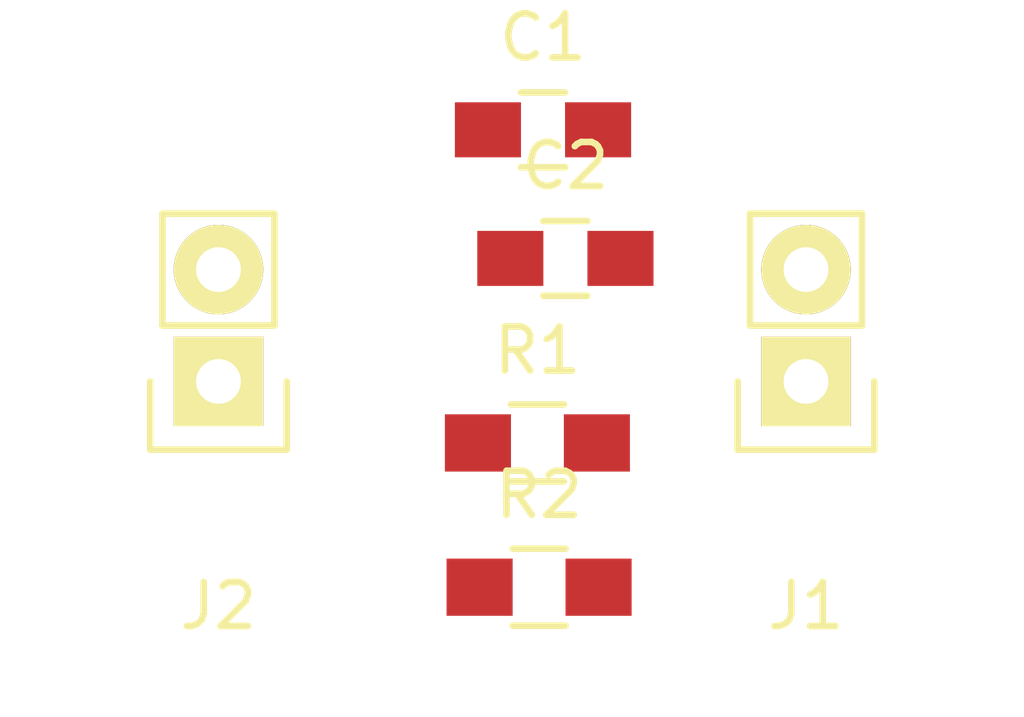
<source format=kicad_pcb>
(kicad_pcb (version 4) (host pcbnew 4.0.6+dfsg1-1)

  (general
    (links 7)
    (no_connects 7)
    (area 137.968667 102.97 161.497334 119.6086)
    (thickness 1.6)
    (drawings 0)
    (tracks 0)
    (zones 0)
    (modules 6)
    (nets 6)
  )

  (page A4)
  (layers
    (0 F.Cu signal)
    (31 B.Cu signal)
    (32 B.Adhes user)
    (33 F.Adhes user)
    (34 B.Paste user)
    (35 F.Paste user)
    (36 B.SilkS user)
    (37 F.SilkS user)
    (38 B.Mask user)
    (39 F.Mask user)
    (40 Dwgs.User user)
    (41 Cmts.User user)
    (42 Eco1.User user)
    (43 Eco2.User user)
    (44 Edge.Cuts user)
    (45 Margin user)
    (46 B.CrtYd user)
    (47 F.CrtYd user)
    (48 B.Fab user)
    (49 F.Fab user)
  )

  (setup
    (last_trace_width 0.25)
    (trace_clearance 0.2)
    (zone_clearance 0.508)
    (zone_45_only no)
    (trace_min 0.2)
    (segment_width 0.2)
    (edge_width 0.1)
    (via_size 0.6)
    (via_drill 0.4)
    (via_min_size 0.4)
    (via_min_drill 0.3)
    (uvia_size 0.3)
    (uvia_drill 0.1)
    (uvias_allowed no)
    (uvia_min_size 0.2)
    (uvia_min_drill 0.1)
    (pcb_text_width 0.3)
    (pcb_text_size 1.5 1.5)
    (mod_edge_width 0.15)
    (mod_text_size 1 1)
    (mod_text_width 0.15)
    (pad_size 1.5 1.5)
    (pad_drill 0.6)
    (pad_to_mask_clearance 0)
    (aux_axis_origin 0 0)
    (visible_elements FFFFFF7F)
    (pcbplotparams
      (layerselection 0x00030_80000001)
      (usegerberextensions false)
      (excludeedgelayer true)
      (linewidth 0.100000)
      (plotframeref false)
      (viasonmask false)
      (mode 1)
      (useauxorigin false)
      (hpglpennumber 1)
      (hpglpenspeed 20)
      (hpglpendiameter 15)
      (hpglpenoverlay 2)
      (psnegative false)
      (psa4output false)
      (plotreference true)
      (plotvalue true)
      (plotinvisibletext false)
      (padsonsilk false)
      (subtractmaskfromsilk false)
      (outputformat 1)
      (mirror false)
      (drillshape 1)
      (scaleselection 1)
      (outputdirectory ""))
  )

  (net 0 "")
  (net 1 /rc/Out)
  (net 2 /rc2/Out)
  (net 3 /rc/In)
  (net 4 /rc2/In)
  (net 5 GND)

  (net_class Default "This is the default net class."
    (clearance 0.2)
    (trace_width 0.25)
    (via_dia 0.6)
    (via_drill 0.4)
    (uvia_dia 0.3)
    (uvia_drill 0.1)
    (add_net /rc/In)
    (add_net /rc/Out)
    (add_net /rc2/In)
    (add_net /rc2/Out)
    (add_net GND)
  )

  (module Capacitors_SMD:C_0805_HandSoldering (layer F.Cu) (tedit 541A9B8D) (tstamp 59BE6932)
    (at 148.971 105.41)
    (descr "Capacitor SMD 0805, hand soldering")
    (tags "capacitor 0805")
    (path /5932F1E3/5932F0A8)
    (attr smd)
    (fp_text reference C1 (at 0 -2.1) (layer F.SilkS)
      (effects (font (size 1 1) (thickness 0.15)))
    )
    (fp_text value C (at 0 2.1) (layer F.Fab)
      (effects (font (size 1 1) (thickness 0.15)))
    )
    (fp_line (start -2.3 -1) (end 2.3 -1) (layer F.CrtYd) (width 0.05))
    (fp_line (start -2.3 1) (end 2.3 1) (layer F.CrtYd) (width 0.05))
    (fp_line (start -2.3 -1) (end -2.3 1) (layer F.CrtYd) (width 0.05))
    (fp_line (start 2.3 -1) (end 2.3 1) (layer F.CrtYd) (width 0.05))
    (fp_line (start 0.5 -0.85) (end -0.5 -0.85) (layer F.SilkS) (width 0.15))
    (fp_line (start -0.5 0.85) (end 0.5 0.85) (layer F.SilkS) (width 0.15))
    (pad 1 smd rect (at -1.25 0) (size 1.5 1.25) (layers F.Cu F.Paste F.Mask)
      (net 1 /rc/Out))
    (pad 2 smd rect (at 1.25 0) (size 1.5 1.25) (layers F.Cu F.Paste F.Mask)
      (net 5 GND))
    (model Capacitors_SMD.3dshapes/C_0805_HandSoldering.wrl
      (at (xyz 0 0 0))
      (scale (xyz 1 1 1))
      (rotate (xyz 0 0 0))
    )
  )

  (module Capacitors_SMD:C_0805_HandSoldering (layer F.Cu) (tedit 541A9B8D) (tstamp 59BE693E)
    (at 149.479 108.331)
    (descr "Capacitor SMD 0805, hand soldering")
    (tags "capacitor 0805")
    (path /5932F205/5932F0A8)
    (attr smd)
    (fp_text reference C2 (at 0 -2.1) (layer F.SilkS)
      (effects (font (size 1 1) (thickness 0.15)))
    )
    (fp_text value C (at 0 2.1) (layer F.Fab)
      (effects (font (size 1 1) (thickness 0.15)))
    )
    (fp_line (start -2.3 -1) (end 2.3 -1) (layer F.CrtYd) (width 0.05))
    (fp_line (start -2.3 1) (end 2.3 1) (layer F.CrtYd) (width 0.05))
    (fp_line (start -2.3 -1) (end -2.3 1) (layer F.CrtYd) (width 0.05))
    (fp_line (start 2.3 -1) (end 2.3 1) (layer F.CrtYd) (width 0.05))
    (fp_line (start 0.5 -0.85) (end -0.5 -0.85) (layer F.SilkS) (width 0.15))
    (fp_line (start -0.5 0.85) (end 0.5 0.85) (layer F.SilkS) (width 0.15))
    (pad 1 smd rect (at -1.25 0) (size 1.5 1.25) (layers F.Cu F.Paste F.Mask)
      (net 2 /rc2/Out))
    (pad 2 smd rect (at 1.25 0) (size 1.5 1.25) (layers F.Cu F.Paste F.Mask)
      (net 5 GND))
    (model Capacitors_SMD.3dshapes/C_0805_HandSoldering.wrl
      (at (xyz 0 0 0))
      (scale (xyz 1 1 1))
      (rotate (xyz 0 0 0))
    )
  )

  (module Pin_Headers:Pin_Header_Straight_1x02 (layer F.Cu) (tedit 54EA090C) (tstamp 59BE6944)
    (at 154.94 111.125 180)
    (descr "Through hole pin header")
    (tags "pin header")
    (path /59BE5A8A)
    (fp_text reference J1 (at 0 -5.1 180) (layer F.SilkS)
      (effects (font (size 1 1) (thickness 0.15)))
    )
    (fp_text value CONN_01X02 (at 0 -3.1 180) (layer F.Fab)
      (effects (font (size 1 1) (thickness 0.15)))
    )
    (fp_line (start 1.27 1.27) (end 1.27 3.81) (layer F.SilkS) (width 0.15))
    (fp_line (start 1.55 -1.55) (end 1.55 0) (layer F.SilkS) (width 0.15))
    (fp_line (start -1.75 -1.75) (end -1.75 4.3) (layer F.CrtYd) (width 0.05))
    (fp_line (start 1.75 -1.75) (end 1.75 4.3) (layer F.CrtYd) (width 0.05))
    (fp_line (start -1.75 -1.75) (end 1.75 -1.75) (layer F.CrtYd) (width 0.05))
    (fp_line (start -1.75 4.3) (end 1.75 4.3) (layer F.CrtYd) (width 0.05))
    (fp_line (start 1.27 1.27) (end -1.27 1.27) (layer F.SilkS) (width 0.15))
    (fp_line (start -1.55 0) (end -1.55 -1.55) (layer F.SilkS) (width 0.15))
    (fp_line (start -1.55 -1.55) (end 1.55 -1.55) (layer F.SilkS) (width 0.15))
    (fp_line (start -1.27 1.27) (end -1.27 3.81) (layer F.SilkS) (width 0.15))
    (fp_line (start -1.27 3.81) (end 1.27 3.81) (layer F.SilkS) (width 0.15))
    (pad 1 thru_hole rect (at 0 0 180) (size 2.032 2.032) (drill 1.016) (layers *.Cu *.Mask F.SilkS)
      (net 3 /rc/In))
    (pad 2 thru_hole oval (at 0 2.54 180) (size 2.032 2.032) (drill 1.016) (layers *.Cu *.Mask F.SilkS)
      (net 4 /rc2/In))
    (model Pin_Headers.3dshapes/Pin_Header_Straight_1x02.wrl
      (at (xyz 0 -0.05 0))
      (scale (xyz 1 1 1))
      (rotate (xyz 0 0 90))
    )
  )

  (module Pin_Headers:Pin_Header_Straight_1x02 (layer F.Cu) (tedit 54EA090C) (tstamp 59BE694A)
    (at 141.605 111.125 180)
    (descr "Through hole pin header")
    (tags "pin header")
    (path /59BE5A02)
    (fp_text reference J2 (at 0 -5.1 180) (layer F.SilkS)
      (effects (font (size 1 1) (thickness 0.15)))
    )
    (fp_text value CONN_01X02 (at 0 -3.1 180) (layer F.Fab)
      (effects (font (size 1 1) (thickness 0.15)))
    )
    (fp_line (start 1.27 1.27) (end 1.27 3.81) (layer F.SilkS) (width 0.15))
    (fp_line (start 1.55 -1.55) (end 1.55 0) (layer F.SilkS) (width 0.15))
    (fp_line (start -1.75 -1.75) (end -1.75 4.3) (layer F.CrtYd) (width 0.05))
    (fp_line (start 1.75 -1.75) (end 1.75 4.3) (layer F.CrtYd) (width 0.05))
    (fp_line (start -1.75 -1.75) (end 1.75 -1.75) (layer F.CrtYd) (width 0.05))
    (fp_line (start -1.75 4.3) (end 1.75 4.3) (layer F.CrtYd) (width 0.05))
    (fp_line (start 1.27 1.27) (end -1.27 1.27) (layer F.SilkS) (width 0.15))
    (fp_line (start -1.55 0) (end -1.55 -1.55) (layer F.SilkS) (width 0.15))
    (fp_line (start -1.55 -1.55) (end 1.55 -1.55) (layer F.SilkS) (width 0.15))
    (fp_line (start -1.27 1.27) (end -1.27 3.81) (layer F.SilkS) (width 0.15))
    (fp_line (start -1.27 3.81) (end 1.27 3.81) (layer F.SilkS) (width 0.15))
    (pad 1 thru_hole rect (at 0 0 180) (size 2.032 2.032) (drill 1.016) (layers *.Cu *.Mask F.SilkS)
      (net 1 /rc/Out))
    (pad 2 thru_hole oval (at 0 2.54 180) (size 2.032 2.032) (drill 1.016) (layers *.Cu *.Mask F.SilkS)
      (net 2 /rc2/Out))
    (model Pin_Headers.3dshapes/Pin_Header_Straight_1x02.wrl
      (at (xyz 0 -0.05 0))
      (scale (xyz 1 1 1))
      (rotate (xyz 0 0 90))
    )
  )

  (module Resistors_SMD:R_0805_HandSoldering (layer F.Cu) (tedit 54189DEE) (tstamp 59BE6956)
    (at 148.844 112.522)
    (descr "Resistor SMD 0805, hand soldering")
    (tags "resistor 0805")
    (path /5932F1E3/5932F03B)
    (attr smd)
    (fp_text reference R1 (at 0 -2.1) (layer F.SilkS)
      (effects (font (size 1 1) (thickness 0.15)))
    )
    (fp_text value R (at 0 2.1) (layer F.Fab)
      (effects (font (size 1 1) (thickness 0.15)))
    )
    (fp_line (start -2.4 -1) (end 2.4 -1) (layer F.CrtYd) (width 0.05))
    (fp_line (start -2.4 1) (end 2.4 1) (layer F.CrtYd) (width 0.05))
    (fp_line (start -2.4 -1) (end -2.4 1) (layer F.CrtYd) (width 0.05))
    (fp_line (start 2.4 -1) (end 2.4 1) (layer F.CrtYd) (width 0.05))
    (fp_line (start 0.6 0.875) (end -0.6 0.875) (layer F.SilkS) (width 0.15))
    (fp_line (start -0.6 -0.875) (end 0.6 -0.875) (layer F.SilkS) (width 0.15))
    (pad 1 smd rect (at -1.35 0) (size 1.5 1.3) (layers F.Cu F.Paste F.Mask)
      (net 1 /rc/Out))
    (pad 2 smd rect (at 1.35 0) (size 1.5 1.3) (layers F.Cu F.Paste F.Mask)
      (net 3 /rc/In))
    (model Resistors_SMD.3dshapes/R_0805_HandSoldering.wrl
      (at (xyz 0 0 0))
      (scale (xyz 1 1 1))
      (rotate (xyz 0 0 0))
    )
  )

  (module Resistors_SMD:R_0805_HandSoldering (layer F.Cu) (tedit 54189DEE) (tstamp 59BE6962)
    (at 148.8821 115.7986)
    (descr "Resistor SMD 0805, hand soldering")
    (tags "resistor 0805")
    (path /5932F205/5932F03B)
    (attr smd)
    (fp_text reference R2 (at 0 -2.1) (layer F.SilkS)
      (effects (font (size 1 1) (thickness 0.15)))
    )
    (fp_text value R (at 0 2.1) (layer F.Fab)
      (effects (font (size 1 1) (thickness 0.15)))
    )
    (fp_line (start -2.4 -1) (end 2.4 -1) (layer F.CrtYd) (width 0.05))
    (fp_line (start -2.4 1) (end 2.4 1) (layer F.CrtYd) (width 0.05))
    (fp_line (start -2.4 -1) (end -2.4 1) (layer F.CrtYd) (width 0.05))
    (fp_line (start 2.4 -1) (end 2.4 1) (layer F.CrtYd) (width 0.05))
    (fp_line (start 0.6 0.875) (end -0.6 0.875) (layer F.SilkS) (width 0.15))
    (fp_line (start -0.6 -0.875) (end 0.6 -0.875) (layer F.SilkS) (width 0.15))
    (pad 1 smd rect (at -1.35 0) (size 1.5 1.3) (layers F.Cu F.Paste F.Mask)
      (net 2 /rc2/Out))
    (pad 2 smd rect (at 1.35 0) (size 1.5 1.3) (layers F.Cu F.Paste F.Mask)
      (net 4 /rc2/In))
    (model Resistors_SMD.3dshapes/R_0805_HandSoldering.wrl
      (at (xyz 0 0 0))
      (scale (xyz 1 1 1))
      (rotate (xyz 0 0 0))
    )
  )

)

</source>
